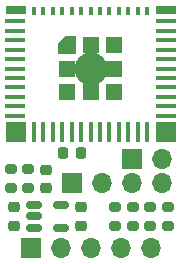
<source format=gbr>
%TF.GenerationSoftware,KiCad,Pcbnew,8.0.5*%
%TF.CreationDate,2025-07-05T11:02:35+01:00*%
%TF.ProjectId,sdrr wifi rev a,73647272-2077-4696-9669-207265762061,rev?*%
%TF.SameCoordinates,Original*%
%TF.FileFunction,Soldermask,Top*%
%TF.FilePolarity,Negative*%
%FSLAX46Y46*%
G04 Gerber Fmt 4.6, Leading zero omitted, Abs format (unit mm)*
G04 Created by KiCad (PCBNEW 8.0.5) date 2025-07-05 11:02:35*
%MOMM*%
%LPD*%
G01*
G04 APERTURE LIST*
G04 Aperture macros list*
%AMRoundRect*
0 Rectangle with rounded corners*
0 $1 Rounding radius*
0 $2 $3 $4 $5 $6 $7 $8 $9 X,Y pos of 4 corners*
0 Add a 4 corners polygon primitive as box body*
4,1,4,$2,$3,$4,$5,$6,$7,$8,$9,$2,$3,0*
0 Add four circle primitives for the rounded corners*
1,1,$1+$1,$2,$3*
1,1,$1+$1,$4,$5*
1,1,$1+$1,$6,$7*
1,1,$1+$1,$8,$9*
0 Add four rect primitives between the rounded corners*
20,1,$1+$1,$2,$3,$4,$5,0*
20,1,$1+$1,$4,$5,$6,$7,0*
20,1,$1+$1,$6,$7,$8,$9,0*
20,1,$1+$1,$8,$9,$2,$3,0*%
%AMFreePoly0*
4,1,6,0.725000,-0.725000,-0.725000,-0.725000,-0.725000,0.125000,-0.125000,0.725000,0.725000,0.725000,0.725000,-0.725000,0.725000,-0.725000,$1*%
G04 Aperture macros list end*
%ADD10RoundRect,0.200000X0.275000X-0.200000X0.275000X0.200000X-0.275000X0.200000X-0.275000X-0.200000X0*%
%ADD11R,1.700000X1.700000*%
%ADD12O,1.700000X1.700000*%
%ADD13RoundRect,0.150000X-0.512500X-0.150000X0.512500X-0.150000X0.512500X0.150000X-0.512500X0.150000X0*%
%ADD14RoundRect,0.200000X-0.275000X0.200000X-0.275000X-0.200000X0.275000X-0.200000X0.275000X0.200000X0*%
%ADD15RoundRect,0.225000X0.250000X-0.225000X0.250000X0.225000X-0.250000X0.225000X-0.250000X-0.225000X0*%
%ADD16R,1.800000X0.400000*%
%ADD17R,0.400000X1.800000*%
%ADD18R,0.400000X0.800000*%
%ADD19FreePoly0,0.000000*%
%ADD20R,1.450000X1.450000*%
%ADD21C,2.800000*%
%ADD22R,1.700000X0.700000*%
%ADD23RoundRect,0.225000X-0.225000X-0.250000X0.225000X-0.250000X0.225000X0.250000X-0.225000X0.250000X0*%
%ADD24RoundRect,0.225000X-0.250000X0.225000X-0.250000X-0.225000X0.250000X-0.225000X0.250000X0.225000X0*%
G04 APERTURE END LIST*
D10*
%TO.C,R4*%
X60350400Y-69557400D03*
X60350400Y-67907400D03*
%TD*%
D11*
%TO.C,J3*%
X60299600Y-63830200D03*
D12*
X62839600Y-63830200D03*
%TD*%
D13*
%TO.C,U2*%
X51973900Y-67767200D03*
X51973900Y-68717200D03*
X51973900Y-69667200D03*
X54248900Y-69667200D03*
X54248900Y-67767200D03*
%TD*%
D14*
%TO.C,R6*%
X51485800Y-64707000D03*
X51485800Y-66357000D03*
%TD*%
D10*
%TO.C,R3*%
X61818100Y-69557400D03*
X61818100Y-67907400D03*
%TD*%
D11*
%TO.C,J2*%
X55219600Y-65913000D03*
D12*
X57759600Y-65913000D03*
X60299600Y-65913000D03*
X62839600Y-65913000D03*
%TD*%
D14*
%TO.C,R5*%
X50012600Y-64707000D03*
X50012600Y-66357000D03*
%TD*%
D15*
%TO.C,C1*%
X50311900Y-69507400D03*
X50311900Y-67957400D03*
%TD*%
D16*
%TO.C,U1*%
X50369000Y-52210200D03*
X50369000Y-53010200D03*
X50369000Y-53810200D03*
X50369000Y-54610200D03*
X50369000Y-55410200D03*
X50369000Y-56210200D03*
X50369000Y-57010200D03*
X50369000Y-57810200D03*
X50369000Y-58610200D03*
X50369000Y-59410200D03*
X50369000Y-60210200D03*
D17*
X51969000Y-61610200D03*
X52769000Y-61610200D03*
X53569000Y-61610200D03*
X54369000Y-61610200D03*
X55169000Y-61610200D03*
X55969000Y-61610200D03*
X56769000Y-61610200D03*
X57569000Y-61610200D03*
X58369000Y-61610200D03*
X59169000Y-61610200D03*
X59969000Y-61610200D03*
X60769000Y-61610200D03*
X61569000Y-61610200D03*
D16*
X63169000Y-60210200D03*
X63169000Y-59410200D03*
X63169000Y-58610200D03*
X63169000Y-57810200D03*
X63169000Y-57010200D03*
X63169000Y-56210200D03*
X63169000Y-55410200D03*
X63169000Y-54610200D03*
X63169000Y-53810200D03*
X63169000Y-53010200D03*
X63169000Y-52210200D03*
D18*
X61569000Y-51310200D03*
X60769000Y-51310200D03*
X59969000Y-51310200D03*
X59169000Y-51310200D03*
X58369000Y-51310200D03*
X57569000Y-51310200D03*
X56769000Y-51310200D03*
X55969000Y-51310200D03*
X55169000Y-51310200D03*
X54369000Y-51310200D03*
X53569000Y-51310200D03*
X52769000Y-51310200D03*
X51969000Y-51310200D03*
D19*
X54794000Y-54235200D03*
D20*
X54794000Y-56210200D03*
X54794000Y-58185200D03*
X56769000Y-54235200D03*
D21*
X56769000Y-56210200D03*
D20*
X56769000Y-58185200D03*
X58744000Y-54235200D03*
X58744000Y-56210200D03*
X58744000Y-58185200D03*
D22*
X63119000Y-51260200D03*
D11*
X63119000Y-61610200D03*
X50419000Y-61610200D03*
D22*
X50419000Y-51260200D03*
%TD*%
D10*
%TO.C,R1*%
X58877200Y-69557400D03*
X58877200Y-67907400D03*
%TD*%
D23*
%TO.C,C4*%
X54419200Y-63347600D03*
X55969200Y-63347600D03*
%TD*%
D24*
%TO.C,C2*%
X55925300Y-67957400D03*
X55925300Y-69507400D03*
%TD*%
D10*
%TO.C,R2*%
X63291300Y-69557400D03*
X63291300Y-67907400D03*
%TD*%
D24*
%TO.C,C3*%
X52959000Y-64757000D03*
X52959000Y-66307000D03*
%TD*%
D11*
%TO.C,J1*%
X51689000Y-71374000D03*
D12*
X54229000Y-71374000D03*
X56769000Y-71374000D03*
X59309000Y-71374000D03*
X61849000Y-71374000D03*
%TD*%
M02*

</source>
